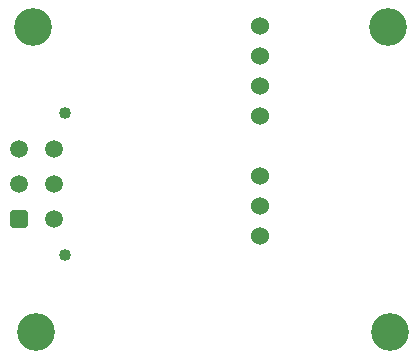
<source format=gbr>
%TF.GenerationSoftware,KiCad,Pcbnew,8.0.5*%
%TF.CreationDate,2024-09-29T17:59:16-05:00*%
%TF.ProjectId,pcb,7063622e-6b69-4636-9164-5f7063625858,rev?*%
%TF.SameCoordinates,Original*%
%TF.FileFunction,Soldermask,Bot*%
%TF.FilePolarity,Negative*%
%FSLAX46Y46*%
G04 Gerber Fmt 4.6, Leading zero omitted, Abs format (unit mm)*
G04 Created by KiCad (PCBNEW 8.0.5) date 2024-09-29 17:59:16*
%MOMM*%
%LPD*%
G01*
G04 APERTURE LIST*
G04 Aperture macros list*
%AMRoundRect*
0 Rectangle with rounded corners*
0 $1 Rounding radius*
0 $2 $3 $4 $5 $6 $7 $8 $9 X,Y pos of 4 corners*
0 Add a 4 corners polygon primitive as box body*
4,1,4,$2,$3,$4,$5,$6,$7,$8,$9,$2,$3,0*
0 Add four circle primitives for the rounded corners*
1,1,$1+$1,$2,$3*
1,1,$1+$1,$4,$5*
1,1,$1+$1,$6,$7*
1,1,$1+$1,$8,$9*
0 Add four rect primitives between the rounded corners*
20,1,$1+$1,$2,$3,$4,$5,0*
20,1,$1+$1,$4,$5,$6,$7,0*
20,1,$1+$1,$6,$7,$8,$9,0*
20,1,$1+$1,$8,$9,$2,$3,0*%
G04 Aperture macros list end*
%ADD10C,3.200000*%
%ADD11C,1.524000*%
%ADD12C,1.020000*%
%ADD13RoundRect,0.250001X0.499999X-0.499999X0.499999X0.499999X-0.499999X0.499999X-0.499999X-0.499999X0*%
%ADD14C,1.500000*%
G04 APERTURE END LIST*
D10*
%TO.C,REF\u002A\u002A*%
X121920000Y-108966000D03*
%TD*%
%TO.C,REF\u002A\u002A*%
X91920000Y-108966000D03*
%TD*%
%TO.C,REF\u002A\u002A*%
X121694000Y-83185000D03*
%TD*%
%TO.C,REF\u002A\u002A*%
X91694000Y-83185000D03*
%TD*%
D11*
%TO.C,U1*%
X110914000Y-100848000D03*
X110914000Y-98308000D03*
X110914000Y-95768000D03*
X110914000Y-90688000D03*
X110914000Y-88148000D03*
X110914000Y-85608000D03*
X110914000Y-83068000D03*
%TD*%
D12*
%TO.C,J1*%
X94412000Y-102472000D03*
X94412000Y-90472000D03*
D13*
X90472000Y-99472000D03*
D14*
X90472000Y-96472000D03*
X90472000Y-93472000D03*
X93472000Y-99472000D03*
X93472000Y-96472000D03*
X93472000Y-93472000D03*
%TD*%
M02*

</source>
